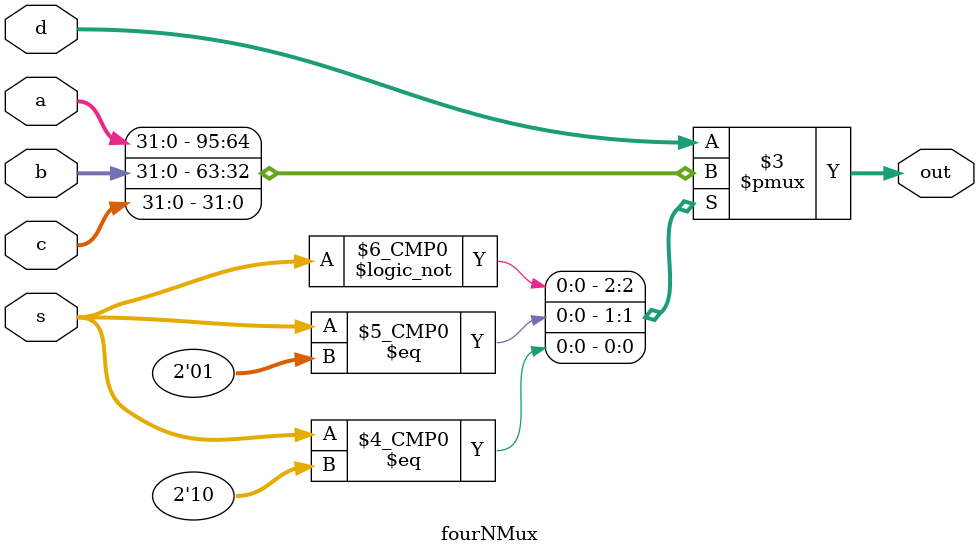
<source format=v>
`timescale 1ns / 1ps


module fourNMux #(parameter N=32)(
    input [N-1:0] a, b, c, d,
    input [1:0] s,
    output reg [N-1:0] out
    );
    always @(*) begin
        case (s)
            2'b00: out = a;
            2'b01: out = b;
            2'b10: out = c;
            default: out = d;
        endcase
    end
endmodule

</source>
